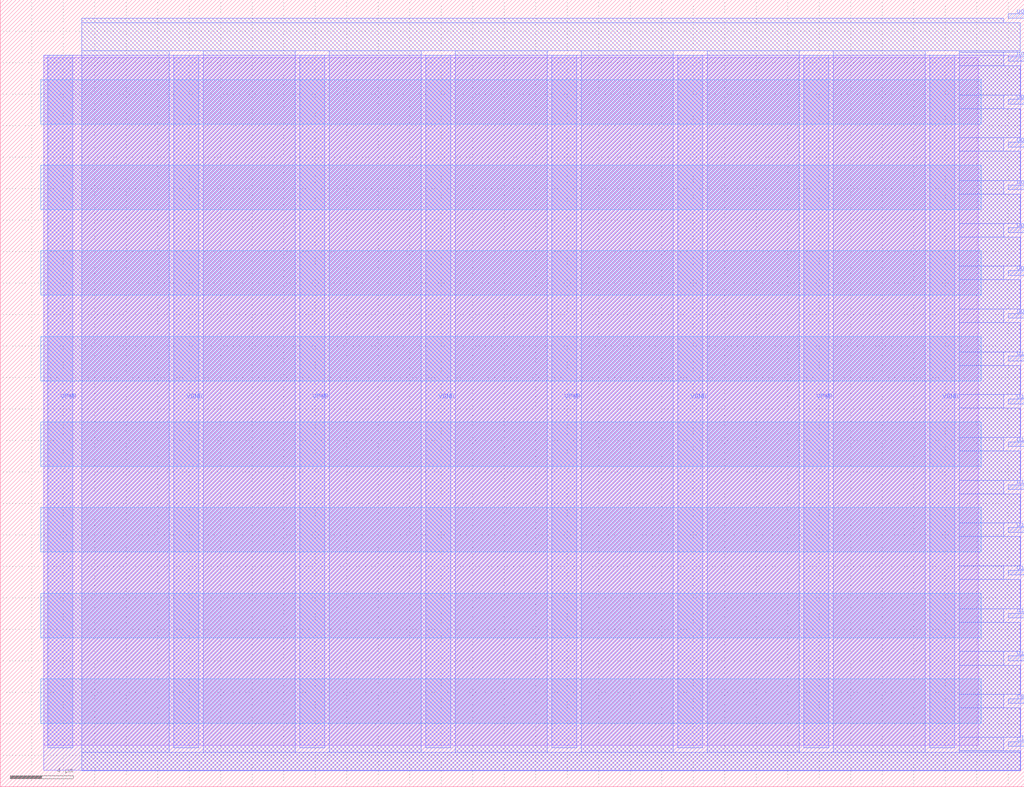
<source format=lef>
VERSION 5.7 ;
  NOWIREEXTENSIONATPIN ON ;
  DIVIDERCHAR "/" ;
  BUSBITCHARS "[]" ;
MACRO tt_um_micro_gfg_development_nco
  CLASS BLOCK ;
  FOREIGN tt_um_micro_gfg_development_nco ;
  ORIGIN 0.000 0.000 ;
  SIZE 65.000 BY 50.000 ;
  PIN VGND
    DIRECTION INOUT ;
    USE GROUND ;
    PORT
      LAYER met2 ;
        RECT 11.000 2.480 12.600 46.480 ;
    END
    PORT
      LAYER met2 ;
        RECT 27.000 2.480 28.600 46.480 ;
    END
    PORT
      LAYER met2 ;
        RECT 43.000 2.480 44.600 46.480 ;
    END
    PORT
      LAYER met2 ;
        RECT 59.000 2.480 60.600 46.480 ;
    END
  END VGND
  PIN VPWR
    DIRECTION INOUT ;
    USE POWER ;
    PORT
      LAYER met2 ;
        RECT 3.000 2.480 4.600 46.480 ;
    END
    PORT
      LAYER met2 ;
        RECT 19.000 2.480 20.600 46.480 ;
    END
    PORT
      LAYER met2 ;
        RECT 35.000 2.480 36.600 46.480 ;
    END
    PORT
      LAYER met2 ;
        RECT 51.000 2.480 52.600 46.480 ;
    END
  END VPWR
  PIN clk
    DIRECTION INPUT ;
    USE SIGNAL ;
    ANTENNAGATEAREA 0.852000 ;
    PORT
      LAYER met2 ;
        RECT 64.000 2.570 65.000 2.870 ;
    END
  END clk
  PIN rst_n
    DIRECTION INPUT ;
    USE SIGNAL ;
    ANTENNAGATEAREA 0.196500 ;
    PORT
      LAYER met2 ;
        RECT 64.000 5.290 65.000 5.590 ;
    END
  END rst_n
  PIN ui_in[0]
    DIRECTION INPUT ;
    USE SIGNAL ;
    ANTENNAGATEAREA 0.196500 ;
    PORT
      LAYER met2 ;
        RECT 64.000 8.010 65.000 8.310 ;
    END
  END ui_in[0]
  PIN ui_in[1]
    DIRECTION INPUT ;
    USE SIGNAL ;
    ANTENNAGATEAREA 0.196500 ;
    PORT
      LAYER met2 ;
        RECT 64.000 10.730 65.000 11.030 ;
    END
  END ui_in[1]
  PIN ui_in[2]
    DIRECTION INPUT ;
    USE SIGNAL ;
    ANTENNAGATEAREA 0.196500 ;
    PORT
      LAYER met2 ;
        RECT 64.000 13.450 65.000 13.750 ;
    END
  END ui_in[2]
  PIN ui_in[3]
    DIRECTION INPUT ;
    USE SIGNAL ;
    ANTENNAGATEAREA 0.196500 ;
    PORT
      LAYER met2 ;
        RECT 64.000 16.170 65.000 16.470 ;
    END
  END ui_in[3]
  PIN ui_in[4]
    DIRECTION INPUT ;
    USE SIGNAL ;
    ANTENNAGATEAREA 0.196500 ;
    PORT
      LAYER met2 ;
        RECT 64.000 18.890 65.000 19.190 ;
    END
  END ui_in[4]
  PIN ui_in[5]
    DIRECTION INPUT ;
    USE SIGNAL ;
    ANTENNAGATEAREA 0.196500 ;
    PORT
      LAYER met2 ;
        RECT 64.000 21.610 65.000 21.910 ;
    END
  END ui_in[5]
  PIN ui_in[6]
    DIRECTION INPUT ;
    USE SIGNAL ;
    ANTENNAGATEAREA 0.196500 ;
    PORT
      LAYER met2 ;
        RECT 64.000 24.330 65.000 24.630 ;
    END
  END ui_in[6]
  PIN ui_in[7]
    DIRECTION INPUT ;
    USE SIGNAL ;
    ANTENNAGATEAREA 0.196500 ;
    PORT
      LAYER met2 ;
        RECT 64.000 27.050 65.000 27.350 ;
    END
  END ui_in[7]
  PIN uo_out[0]
    DIRECTION OUTPUT ;
    USE SIGNAL ;
    ANTENNADIFFAREA 0.795200 ;
    PORT
      LAYER met2 ;
        RECT 64.000 29.770 65.000 30.070 ;
    END
  END uo_out[0]
  PIN uo_out[1]
    DIRECTION OUTPUT ;
    USE SIGNAL ;
    ANTENNADIFFAREA 0.445500 ;
    PORT
      LAYER met2 ;
        RECT 64.000 32.490 65.000 32.790 ;
    END
  END uo_out[1]
  PIN uo_out[2]
    DIRECTION OUTPUT ;
    USE SIGNAL ;
    ANTENNADIFFAREA 0.445500 ;
    PORT
      LAYER met2 ;
        RECT 64.000 35.210 65.000 35.510 ;
    END
  END uo_out[2]
  PIN uo_out[3]
    DIRECTION OUTPUT ;
    USE SIGNAL ;
    ANTENNADIFFAREA 0.445500 ;
    PORT
      LAYER met2 ;
        RECT 64.000 37.930 65.000 38.230 ;
    END
  END uo_out[3]
  PIN uo_out[4]
    DIRECTION OUTPUT ;
    USE SIGNAL ;
    ANTENNADIFFAREA 0.445500 ;
    PORT
      LAYER met2 ;
        RECT 64.000 40.650 65.000 40.950 ;
    END
  END uo_out[4]
  PIN uo_out[5]
    DIRECTION OUTPUT ;
    USE SIGNAL ;
    ANTENNADIFFAREA 0.445500 ;
    PORT
      LAYER met2 ;
        RECT 64.000 43.370 65.000 43.670 ;
    END
  END uo_out[5]
  PIN uo_out[6]
    DIRECTION OUTPUT ;
    USE SIGNAL ;
    ANTENNADIFFAREA 0.445500 ;
    PORT
      LAYER met2 ;
        RECT 64.000 46.090 65.000 46.390 ;
    END
  END uo_out[6]
  PIN uo_out[7]
    DIRECTION OUTPUT ;
    USE SIGNAL ;
    ANTENNADIFFAREA 0.445500 ;
    PORT
      LAYER met2 ;
        RECT 64.000 48.810 65.000 49.110 ;
    END
  END uo_out[7]
  OBS
      LAYER nwell ;
        RECT 2.570 42.105 62.290 44.935 ;
        RECT 2.570 36.665 62.290 39.495 ;
        RECT 2.570 31.225 62.290 34.055 ;
        RECT 2.570 25.785 62.290 28.615 ;
        RECT 2.570 20.345 62.290 23.175 ;
        RECT 2.570 14.905 62.290 17.735 ;
        RECT 2.570 9.465 62.290 12.295 ;
        RECT 2.570 4.025 62.290 6.855 ;
      LAYER li1 ;
        RECT 2.760 2.635 62.100 46.325 ;
      LAYER met1 ;
        RECT 2.760 1.060 64.790 46.480 ;
      LAYER met2 ;
        RECT 5.160 48.530 63.720 48.810 ;
        RECT 5.160 46.760 64.760 48.530 ;
        RECT 5.160 2.200 10.720 46.760 ;
        RECT 12.880 2.200 18.720 46.760 ;
        RECT 20.880 2.200 26.720 46.760 ;
        RECT 28.880 2.200 34.720 46.760 ;
        RECT 36.880 2.200 42.720 46.760 ;
        RECT 44.880 2.200 50.720 46.760 ;
        RECT 52.880 2.200 58.720 46.760 ;
        RECT 60.880 46.670 64.760 46.760 ;
        RECT 60.880 45.810 63.720 46.670 ;
        RECT 60.880 43.950 64.760 45.810 ;
        RECT 60.880 43.090 63.720 43.950 ;
        RECT 60.880 41.230 64.760 43.090 ;
        RECT 60.880 40.370 63.720 41.230 ;
        RECT 60.880 38.510 64.760 40.370 ;
        RECT 60.880 37.650 63.720 38.510 ;
        RECT 60.880 35.790 64.760 37.650 ;
        RECT 60.880 34.930 63.720 35.790 ;
        RECT 60.880 33.070 64.760 34.930 ;
        RECT 60.880 32.210 63.720 33.070 ;
        RECT 60.880 30.350 64.760 32.210 ;
        RECT 60.880 29.490 63.720 30.350 ;
        RECT 60.880 27.630 64.760 29.490 ;
        RECT 60.880 26.770 63.720 27.630 ;
        RECT 60.880 24.910 64.760 26.770 ;
        RECT 60.880 24.050 63.720 24.910 ;
        RECT 60.880 22.190 64.760 24.050 ;
        RECT 60.880 21.330 63.720 22.190 ;
        RECT 60.880 19.470 64.760 21.330 ;
        RECT 60.880 18.610 63.720 19.470 ;
        RECT 60.880 16.750 64.760 18.610 ;
        RECT 60.880 15.890 63.720 16.750 ;
        RECT 60.880 14.030 64.760 15.890 ;
        RECT 60.880 13.170 63.720 14.030 ;
        RECT 60.880 11.310 64.760 13.170 ;
        RECT 60.880 10.450 63.720 11.310 ;
        RECT 60.880 8.590 64.760 10.450 ;
        RECT 60.880 7.730 63.720 8.590 ;
        RECT 60.880 5.870 64.760 7.730 ;
        RECT 60.880 5.010 63.720 5.870 ;
        RECT 60.880 3.150 64.760 5.010 ;
        RECT 60.880 2.290 63.720 3.150 ;
        RECT 60.880 2.200 64.760 2.290 ;
        RECT 5.160 1.030 64.760 2.200 ;
  END
END tt_um_micro_gfg_development_nco
END LIBRARY


</source>
